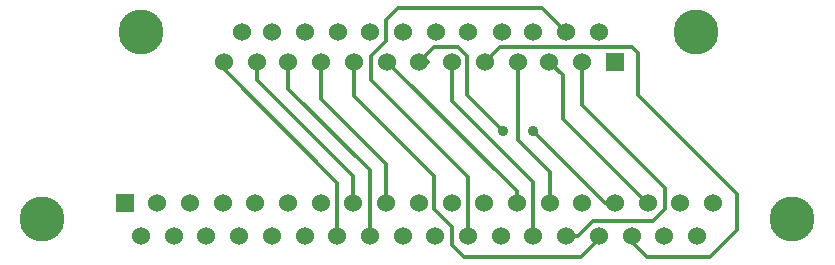
<source format=gtl>
%FSLAX46Y46*%
G04 Gerber Fmt 4.6, Leading zero omitted, Abs format (unit mm)*
G04 Created by KiCad (PCBNEW (2014-08-05 BZR 5054)-product) date Thu 20 Aug 2015 06:52:16 PM PDT*
%MOMM*%
G01*
G04 APERTURE LIST*
%ADD10C,0.100000*%
%ADD11C,3.810000*%
%ADD12C,1.524000*%
%ADD13R,1.524000X1.524000*%
%ADD14C,0.889000*%
%ADD15C,0.304800*%
G04 APERTURE END LIST*
D10*
D11*
X174625000Y-73660000D03*
X127635000Y-73660000D03*
D12*
X134620000Y-76200000D03*
X137414000Y-76200000D03*
X140081000Y-76200000D03*
X142875000Y-76200000D03*
X145669000Y-76200000D03*
X148463000Y-76200000D03*
X151130000Y-76200000D03*
X153924000Y-76200000D03*
X156718000Y-76200000D03*
X159512000Y-76200000D03*
X162179000Y-76200000D03*
X164973000Y-76200000D03*
D13*
X167767000Y-76200000D03*
D12*
X136194800Y-73660000D03*
X138734800Y-73660000D03*
X141528800Y-73660000D03*
X144272000Y-73660000D03*
X147015200Y-73660000D03*
X149809200Y-73660000D03*
X152552400Y-73660000D03*
X155295600Y-73660000D03*
X158140400Y-73660000D03*
X160832800Y-73660000D03*
X163576000Y-73660000D03*
X166370000Y-73660000D03*
X176047400Y-88112600D03*
X173278800Y-88112600D03*
X170510200Y-88112600D03*
X167741600Y-88112600D03*
X164973000Y-88112600D03*
X162204400Y-88112600D03*
X159435800Y-88112600D03*
X156667200Y-88112600D03*
X153898600Y-88112600D03*
D11*
X182753000Y-89535000D03*
X119253000Y-89535000D03*
D12*
X151130000Y-88112600D03*
X148361400Y-88112600D03*
X145592800Y-88112600D03*
X142824200Y-88112600D03*
X140055600Y-88112600D03*
X137287000Y-88112600D03*
X134518400Y-88112600D03*
X131749800Y-88112600D03*
X128981200Y-88112600D03*
D13*
X126212600Y-88112600D03*
D12*
X174675800Y-90957400D03*
X171907200Y-90957400D03*
X169138600Y-90957400D03*
X166370000Y-90957400D03*
X163601400Y-90957400D03*
X160832800Y-90957400D03*
X158064200Y-90957400D03*
X155295600Y-90957400D03*
X152527000Y-90957400D03*
X149758400Y-90957400D03*
X146989800Y-90957400D03*
X144221200Y-90957400D03*
X141452600Y-90957400D03*
X138684000Y-90957400D03*
X135915400Y-90957400D03*
X133146800Y-90957400D03*
X130378200Y-90957400D03*
X127609600Y-90957400D03*
D14*
X158242000Y-82042000D03*
X160782000Y-82042000D03*
D15*
X134620000Y-76835000D02*
X134620000Y-76200000D01*
X144221200Y-86436200D02*
X134620000Y-76835000D01*
X144221200Y-90957400D02*
X144221200Y-86436200D01*
X145592800Y-85902800D02*
X137414000Y-77724000D01*
X137414000Y-77724000D02*
X137414000Y-76200000D01*
X145592800Y-88112600D02*
X145592800Y-85902800D01*
X146989800Y-85394800D02*
X140081000Y-78486000D01*
X140081000Y-78486000D02*
X140081000Y-76200000D01*
X146989800Y-90957400D02*
X146989800Y-85394800D01*
X148361400Y-84861400D02*
X142875000Y-79375000D01*
X142875000Y-79375000D02*
X142875000Y-76200000D01*
X148361400Y-88112600D02*
X148361400Y-84861400D01*
X145669000Y-79121000D02*
X145669000Y-76200000D01*
X152400000Y-85852000D02*
X145669000Y-79121000D01*
X152400000Y-88646000D02*
X152400000Y-85852000D01*
X153924000Y-90170000D02*
X152400000Y-88646000D01*
X153924000Y-91694000D02*
X153924000Y-90170000D01*
X154940000Y-92710000D02*
X153924000Y-91694000D01*
X164846000Y-92710000D02*
X154940000Y-92710000D01*
X166370000Y-91186000D02*
X164846000Y-92710000D01*
X166370000Y-90957400D02*
X166370000Y-91186000D01*
X159435800Y-87172800D02*
X148463000Y-76200000D01*
X159435800Y-88112600D02*
X159435800Y-87172800D01*
X151130000Y-76200000D02*
X151892000Y-76200000D01*
X152400000Y-74930000D02*
X151130000Y-76200000D01*
X154432000Y-74930000D02*
X152400000Y-74930000D01*
X155194000Y-75692000D02*
X154432000Y-74930000D01*
X155194000Y-78994000D02*
X155194000Y-75692000D01*
X158242000Y-82042000D02*
X155194000Y-78994000D01*
X166852600Y-88112600D02*
X160782000Y-82042000D01*
X167741600Y-88112600D02*
X166852600Y-88112600D01*
X160832800Y-86410800D02*
X153924000Y-79502000D01*
X153924000Y-79502000D02*
X153924000Y-76200000D01*
X160832800Y-90957400D02*
X160832800Y-86410800D01*
X157988000Y-74930000D02*
X156718000Y-76200000D01*
X169164000Y-74930000D02*
X157988000Y-74930000D01*
X169672000Y-75438000D02*
X169164000Y-74930000D01*
X169672000Y-78994000D02*
X169672000Y-75438000D01*
X178054000Y-87376000D02*
X169672000Y-78994000D01*
X178054000Y-90424000D02*
X178054000Y-87376000D01*
X175768000Y-92710000D02*
X178054000Y-90424000D01*
X170434000Y-92710000D02*
X175768000Y-92710000D01*
X169138600Y-91414600D02*
X170434000Y-92710000D01*
X169138600Y-90957400D02*
X169138600Y-91414600D01*
X162204400Y-85496400D02*
X159512000Y-82804000D01*
X159512000Y-82804000D02*
X159512000Y-76200000D01*
X162204400Y-88112600D02*
X162204400Y-85496400D01*
X163322000Y-77343000D02*
X162179000Y-76200000D01*
X163322000Y-81026000D02*
X163322000Y-77343000D01*
X170408600Y-88112600D02*
X163322000Y-81026000D01*
X170510200Y-88112600D02*
X170408600Y-88112600D01*
X164566600Y-90957400D02*
X165862000Y-89662000D01*
X165862000Y-89662000D02*
X170942000Y-89662000D01*
X170942000Y-89662000D02*
X171958000Y-88646000D01*
X171958000Y-88646000D02*
X171958000Y-86868000D01*
X171958000Y-86868000D02*
X164973000Y-79883000D01*
X164973000Y-79883000D02*
X164973000Y-76200000D01*
X163601400Y-90957400D02*
X164566600Y-90957400D01*
X155295600Y-85953600D02*
X147066000Y-77724000D01*
X147066000Y-77724000D02*
X147066000Y-75692000D01*
X147066000Y-75692000D02*
X148082000Y-74676000D01*
X148082000Y-74676000D02*
X148336000Y-74422000D01*
X148336000Y-74422000D02*
X148336000Y-72644000D01*
X148336000Y-72644000D02*
X149352000Y-71628000D01*
X149352000Y-71628000D02*
X161544000Y-71628000D01*
X161544000Y-71628000D02*
X163576000Y-73660000D01*
X155295600Y-90957400D02*
X155295600Y-85953600D01*
M02*

</source>
